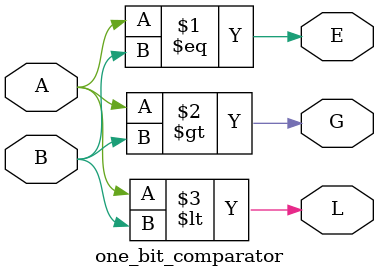
<source format=v>
module one_bit_comparator(A,B,E,G,L);
input A,B;
output E,G,L;
assign E=(A==B);
assign G=(A>B);
assign L=(A<B);
endmodule

</source>
